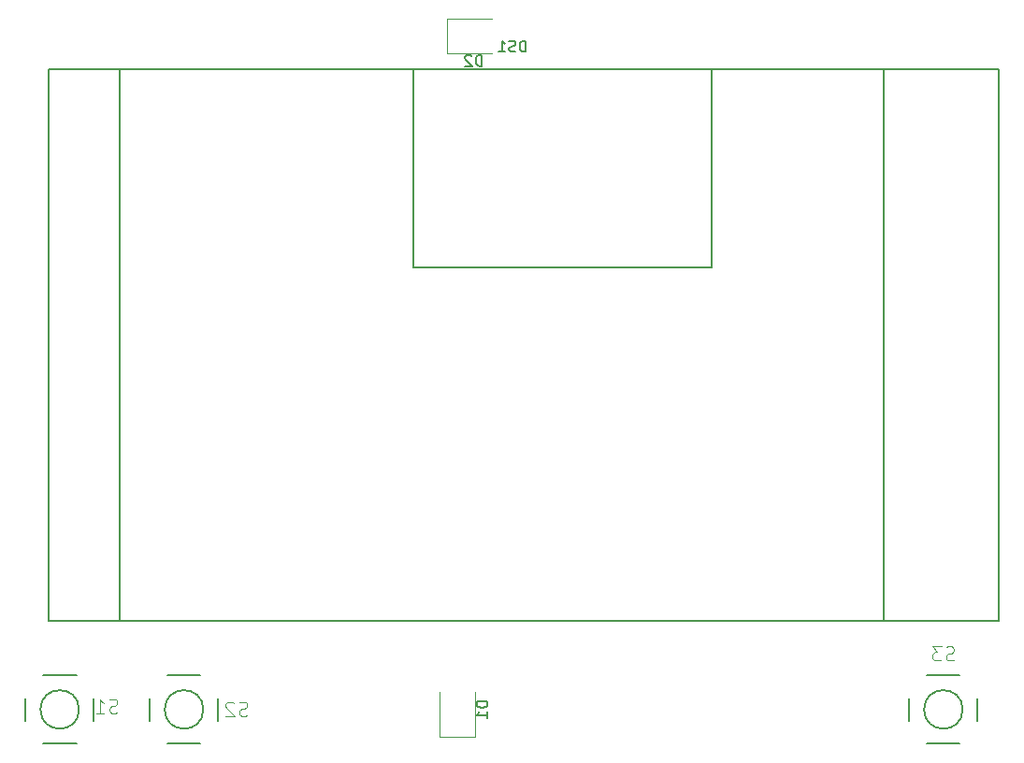
<source format=gbr>
G04 #@! TF.GenerationSoftware,KiCad,Pcbnew,5.1.7-a382d34a8~87~ubuntu18.04.1*
G04 #@! TF.CreationDate,2020-12-04T06:12:41+00:00*
G04 #@! TF.ProjectId,display,64697370-6c61-4792-9e6b-696361645f70,1.0*
G04 #@! TF.SameCoordinates,Original*
G04 #@! TF.FileFunction,Legend,Bot*
G04 #@! TF.FilePolarity,Positive*
%FSLAX46Y46*%
G04 Gerber Fmt 4.6, Leading zero omitted, Abs format (unit mm)*
G04 Created by KiCad (PCBNEW 5.1.7-a382d34a8~87~ubuntu18.04.1) date 2020-12-04 06:12:41*
%MOMM*%
%LPD*%
G01*
G04 APERTURE LIST*
%ADD10C,0.120000*%
%ADD11C,0.150000*%
%ADD12C,0.203200*%
%ADD13C,0.101600*%
G04 APERTURE END LIST*
D10*
X147415000Y-131460000D02*
X147415000Y-127400000D01*
X150585000Y-131460000D02*
X147415000Y-131460000D01*
X150585000Y-127400000D02*
X150585000Y-131460000D01*
X152088000Y-69585000D02*
X148028000Y-69585000D01*
X148028000Y-69585000D02*
X148028000Y-66415000D01*
X148028000Y-66415000D02*
X152088000Y-66415000D01*
D11*
X172000000Y-71000000D02*
X172000000Y-89000000D01*
X172000000Y-89000000D02*
X145000000Y-89000000D01*
X145000000Y-89000000D02*
X145000000Y-71000000D01*
X118400000Y-71000000D02*
X118400000Y-121000000D01*
X187600000Y-71000000D02*
X187600000Y-121000000D01*
X198000000Y-121000000D02*
X112000000Y-121000000D01*
X112000000Y-121000000D02*
X112000000Y-71000000D01*
X112000000Y-71000000D02*
X198000000Y-71000000D01*
X198000000Y-71000000D02*
X198000000Y-121000000D01*
D12*
X114747520Y-129000000D02*
G75*
G03*
X114747520Y-129000000I-1747520J0D01*
G01*
X109901200Y-128001780D02*
X109901200Y-129998220D01*
X114498600Y-125901200D02*
X111501400Y-125901200D01*
X116098800Y-128001780D02*
X116098800Y-129998220D01*
X114498600Y-132098800D02*
X111501400Y-132098800D01*
X125747600Y-132098800D02*
X122750400Y-132098800D01*
X127347800Y-128001780D02*
X127347800Y-129998220D01*
X125747600Y-125901200D02*
X122750400Y-125901200D01*
X121150200Y-128001780D02*
X121150200Y-129998220D01*
X125996520Y-129000000D02*
G75*
G03*
X125996520Y-129000000I-1747520J0D01*
G01*
X194747520Y-129000000D02*
G75*
G03*
X194747520Y-129000000I-1747520J0D01*
G01*
X189901200Y-128001780D02*
X189901200Y-129998220D01*
X194498600Y-125901200D02*
X191501400Y-125901200D01*
X196098800Y-128001780D02*
X196098800Y-129998220D01*
X194498600Y-132098800D02*
X191501400Y-132098800D01*
D11*
X151732380Y-128261904D02*
X150732380Y-128261904D01*
X150732380Y-128500000D01*
X150780000Y-128642857D01*
X150875238Y-128738095D01*
X150970476Y-128785714D01*
X151160952Y-128833333D01*
X151303809Y-128833333D01*
X151494285Y-128785714D01*
X151589523Y-128738095D01*
X151684761Y-128642857D01*
X151732380Y-128500000D01*
X151732380Y-128261904D01*
X151732380Y-129785714D02*
X151732380Y-129214285D01*
X151732380Y-129500000D02*
X150732380Y-129500000D01*
X150875238Y-129404761D01*
X150970476Y-129309523D01*
X151018095Y-129214285D01*
X151226095Y-70732380D02*
X151226095Y-69732380D01*
X150988000Y-69732380D01*
X150845142Y-69780000D01*
X150749904Y-69875238D01*
X150702285Y-69970476D01*
X150654666Y-70160952D01*
X150654666Y-70303809D01*
X150702285Y-70494285D01*
X150749904Y-70589523D01*
X150845142Y-70684761D01*
X150988000Y-70732380D01*
X151226095Y-70732380D01*
X150273714Y-69827619D02*
X150226095Y-69780000D01*
X150130857Y-69732380D01*
X149892761Y-69732380D01*
X149797523Y-69780000D01*
X149749904Y-69827619D01*
X149702285Y-69922857D01*
X149702285Y-70018095D01*
X149749904Y-70160952D01*
X150321333Y-70732380D01*
X149702285Y-70732380D01*
X155214285Y-69452380D02*
X155214285Y-68452380D01*
X154976190Y-68452380D01*
X154833333Y-68500000D01*
X154738095Y-68595238D01*
X154690476Y-68690476D01*
X154642857Y-68880952D01*
X154642857Y-69023809D01*
X154690476Y-69214285D01*
X154738095Y-69309523D01*
X154833333Y-69404761D01*
X154976190Y-69452380D01*
X155214285Y-69452380D01*
X154261904Y-69404761D02*
X154119047Y-69452380D01*
X153880952Y-69452380D01*
X153785714Y-69404761D01*
X153738095Y-69357142D01*
X153690476Y-69261904D01*
X153690476Y-69166666D01*
X153738095Y-69071428D01*
X153785714Y-69023809D01*
X153880952Y-68976190D01*
X154071428Y-68928571D01*
X154166666Y-68880952D01*
X154214285Y-68833333D01*
X154261904Y-68738095D01*
X154261904Y-68642857D01*
X154214285Y-68547619D01*
X154166666Y-68500000D01*
X154071428Y-68452380D01*
X153833333Y-68452380D01*
X153690476Y-68500000D01*
X152738095Y-69452380D02*
X153309523Y-69452380D01*
X153023809Y-69452380D02*
X153023809Y-68452380D01*
X153119047Y-68595238D01*
X153214285Y-68690476D01*
X153309523Y-68738095D01*
D13*
X118217619Y-129264047D02*
X118036190Y-129324523D01*
X117733809Y-129324523D01*
X117612857Y-129264047D01*
X117552380Y-129203571D01*
X117491904Y-129082619D01*
X117491904Y-128961666D01*
X117552380Y-128840714D01*
X117612857Y-128780238D01*
X117733809Y-128719761D01*
X117975714Y-128659285D01*
X118096666Y-128598809D01*
X118157142Y-128538333D01*
X118217619Y-128417380D01*
X118217619Y-128296428D01*
X118157142Y-128175476D01*
X118096666Y-128115000D01*
X117975714Y-128054523D01*
X117673333Y-128054523D01*
X117491904Y-128115000D01*
X116282380Y-129324523D02*
X117008095Y-129324523D01*
X116645238Y-129324523D02*
X116645238Y-128054523D01*
X116766190Y-128235952D01*
X116887142Y-128356904D01*
X117008095Y-128417380D01*
X129967959Y-129514047D02*
X129786530Y-129574523D01*
X129484149Y-129574523D01*
X129363197Y-129514047D01*
X129302720Y-129453571D01*
X129242244Y-129332619D01*
X129242244Y-129211666D01*
X129302720Y-129090714D01*
X129363197Y-129030238D01*
X129484149Y-128969761D01*
X129726054Y-128909285D01*
X129847006Y-128848809D01*
X129907482Y-128788333D01*
X129967959Y-128667380D01*
X129967959Y-128546428D01*
X129907482Y-128425476D01*
X129847006Y-128365000D01*
X129726054Y-128304523D01*
X129423673Y-128304523D01*
X129242244Y-128365000D01*
X128758435Y-128425476D02*
X128697959Y-128365000D01*
X128577006Y-128304523D01*
X128274625Y-128304523D01*
X128153673Y-128365000D01*
X128093197Y-128425476D01*
X128032720Y-128546428D01*
X128032720Y-128667380D01*
X128093197Y-128848809D01*
X128818911Y-129574523D01*
X128032720Y-129574523D01*
X193967619Y-124514047D02*
X193786190Y-124574523D01*
X193483809Y-124574523D01*
X193362857Y-124514047D01*
X193302380Y-124453571D01*
X193241904Y-124332619D01*
X193241904Y-124211666D01*
X193302380Y-124090714D01*
X193362857Y-124030238D01*
X193483809Y-123969761D01*
X193725714Y-123909285D01*
X193846666Y-123848809D01*
X193907142Y-123788333D01*
X193967619Y-123667380D01*
X193967619Y-123546428D01*
X193907142Y-123425476D01*
X193846666Y-123365000D01*
X193725714Y-123304523D01*
X193423333Y-123304523D01*
X193241904Y-123365000D01*
X192818571Y-123304523D02*
X192032380Y-123304523D01*
X192455714Y-123788333D01*
X192274285Y-123788333D01*
X192153333Y-123848809D01*
X192092857Y-123909285D01*
X192032380Y-124030238D01*
X192032380Y-124332619D01*
X192092857Y-124453571D01*
X192153333Y-124514047D01*
X192274285Y-124574523D01*
X192637142Y-124574523D01*
X192758095Y-124514047D01*
X192818571Y-124453571D01*
M02*

</source>
